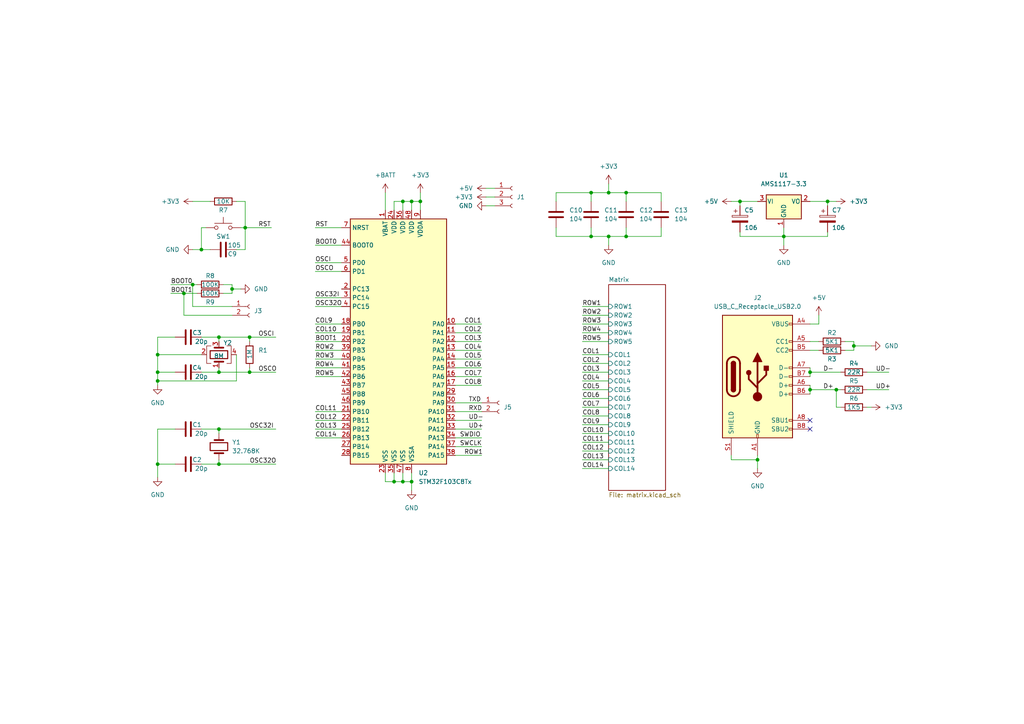
<source format=kicad_sch>
(kicad_sch (version 20211123) (generator eeschema)
  (paper "A4")
  (lib_symbols
    (symbol "Connector:Conn_01x02_Female" (pin_names (offset 1.016) hide)
      (property "Reference" "J" (at 0 2.54 0))
      (property "Value" "Conn_01x02_Female" (at 0 -5.08 0))
      (symbol "Conn_01x02_Female_1_1"
        (arc (start 0 -2.032) (mid -0.508 -2.54) (end 0 -3.048) (stroke (width 0.1524)))
        (polyline (pts (xy -1.27 -2.54) (xy -0.508 -2.54)) (stroke (width 0.1524)))
        (polyline (pts (xy -1.27 0) (xy -0.508 0)) (stroke (width 0.1524)))
        (arc (start 0 0.508) (mid -0.508 0) (end 0 -0.508) (stroke (width 0.1524)))
        (pin passive line (at -5.08 0 0) (length 3.81) (name "Pin_1") (number "1"))
        (pin passive line (at -5.08 -2.54 0) (length 3.81) (name "Pin_2") (number "2"))
      )
    )
    (symbol "Connector:Conn_01x03_Female" (pin_names (offset 1.016) hide)
      (property "Reference" "J" (at 0 5.08 0))
      (property "Value" "Conn_01x03_Female" (at 0 -5.08 0))
      (symbol "Conn_01x03_Female_1_1"
        (arc (start 0 -2.032) (mid -0.508 -2.54) (end 0 -3.048) (stroke (width 0.1524)))
        (polyline (pts (xy -1.27 -2.54) (xy -0.508 -2.54)) (stroke (width 0.1524)))
        (polyline (pts (xy -1.27 0) (xy -0.508 0)) (stroke (width 0.1524)))
        (polyline (pts (xy -1.27 2.54) (xy -0.508 2.54)) (stroke (width 0.1524)))
        (arc (start 0 0.508) (mid -0.508 0) (end 0 -0.508) (stroke (width 0.1524)))
        (arc (start 0 3.048) (mid -0.508 2.54) (end 0 2.032) (stroke (width 0.1524)))
        (pin passive line (at -5.08 2.54 0) (length 3.81) (name "Pin_1") (number "1"))
        (pin passive line (at -5.08 0 0) (length 3.81) (name "Pin_2") (number "2"))
        (pin passive line (at -5.08 -2.54 0) (length 3.81) (name "Pin_3") (number "3"))
      )
    )
    (symbol "Connector:USB_C_Receptacle_USB2.0" (pin_names (offset 1.016))
      (property "Reference" "J" (at -10.16 19.05 0))
      (property "Value" "USB_C_Receptacle_USB2.0" (at 19.05 19.05 0))
      (symbol "USB_C_Receptacle_USB2.0_0_0"
        (rectangle (start -0.254 -17.78) (end 0.254 -16.764))
        (rectangle (start 10.16 -14.986) (end 9.144 -15.494))
        (rectangle (start 10.16 -12.446) (end 9.144 -12.954))
        (rectangle (start 10.16 -4.826) (end 9.144 -5.334))
        (rectangle (start 10.16 -2.286) (end 9.144 -2.794))
        (rectangle (start 10.16 0.254) (end 9.144 -0.254))
        (rectangle (start 10.16 2.794) (end 9.144 2.286))
        (rectangle (start 10.16 7.874) (end 9.144 7.366))
        (rectangle (start 10.16 10.414) (end 9.144 9.906))
        (rectangle (start 10.16 15.494) (end 9.144 14.986))
      )
      (symbol "USB_C_Receptacle_USB2.0_0_1"
        (rectangle (start -10.16 17.78) (end 10.16 -17.78) (stroke (width 0.254)) (fill (type background)))
        (arc (start -8.89 -3.81) (mid -6.985 -5.715) (end -5.08 -3.81) (stroke (width 0.508)))
        (arc (start -7.62 -3.81) (mid -6.985 -4.445) (end -6.35 -3.81) (stroke (width 0.254)))
        (arc (start -7.62 -3.81) (mid -6.985 -4.445) (end -6.35 -3.81) (stroke (width 0.254)) (fill (type outline)))
        (rectangle (start -7.62 -3.81) (end -6.35 3.81) (stroke (width 0.254)) (fill (type outline)))
        (arc (start -6.35 3.81) (mid -6.985 4.445) (end -7.62 3.81) (stroke (width 0.254)))
        (arc (start -6.35 3.81) (mid -6.985 4.445) (end -7.62 3.81) (stroke (width 0.254)) (fill (type outline)))
        (arc (start -5.08 3.81) (mid -6.985 5.715) (end -8.89 3.81) (stroke (width 0.508)))
        (circle (center -2.54 1.143) (radius 0.635) (stroke (width 0.254)) (fill (type outline)))
        (circle (center 0 -5.842) (radius 1.27) (fill (type outline)))
        (polyline (pts (xy -8.89 -3.81) (xy -8.89 3.81)) (stroke (width 0.508)))
        (polyline (pts (xy -5.08 3.81) (xy -5.08 -3.81)) (stroke (width 0.508)))
        (polyline (pts (xy 0 -5.842) (xy 0 4.318)) (stroke (width 0.508)))
        (polyline (pts (xy 0 -3.302) (xy -2.54 -0.762) (xy -2.54 0.508)) (stroke (width 0.508)))
        (polyline (pts (xy 0 -2.032) (xy 2.54 0.508) (xy 2.54 1.778)) (stroke (width 0.508)))
        (polyline (pts (xy -1.27 4.318) (xy 0 6.858) (xy 1.27 4.318) (xy -1.27 4.318)) (stroke (width 0.254)) (fill (type outline)))
        (rectangle (start 1.905 1.778) (end 3.175 3.048) (stroke (width 0.254)) (fill (type outline)))
      )
      (symbol "USB_C_Receptacle_USB2.0_1_1"
        (pin passive line (at 0 -22.86 90) (length 5.08) (name "GND") (number "A1"))
        (pin passive line (at 0 -22.86 90) (length 5.08) hide (name "GND") (number "A12"))
        (pin passive line (at 15.24 15.24 180) (length 5.08) (name "VBUS") (number "A4"))
        (pin bidirectional line (at 15.24 10.16 180) (length 5.08) (name "CC1") (number "A5"))
        (pin bidirectional line (at 15.24 -2.54 180) (length 5.08) (name "D+") (number "A6"))
        (pin bidirectional line (at 15.24 2.54 180) (length 5.08) (name "D-") (number "A7"))
        (pin bidirectional line (at 15.24 -12.7 180) (length 5.08) (name "SBU1") (number "A8"))
        (pin passive line (at 15.24 15.24 180) (length 5.08) hide (name "VBUS") (number "A9"))
        (pin passive line (at 0 -22.86 90) (length 5.08) hide (name "GND") (number "B1"))
        (pin passive line (at 0 -22.86 90) (length 5.08) hide (name "GND") (number "B12"))
        (pin passive line (at 15.24 15.24 180) (length 5.08) hide (name "VBUS") (number "B4"))
        (pin bidirectional line (at 15.24 7.62 180) (length 5.08) (name "CC2") (number "B5"))
        (pin bidirectional line (at 15.24 -5.08 180) (length 5.08) (name "D+") (number "B6"))
        (pin bidirectional line (at 15.24 0 180) (length 5.08) (name "D-") (number "B7"))
        (pin bidirectional line (at 15.24 -15.24 180) (length 5.08) (name "SBU2") (number "B8"))
        (pin passive line (at 15.24 15.24 180) (length 5.08) hide (name "VBUS") (number "B9"))
        (pin passive line (at -7.62 -22.86 90) (length 5.08) (name "SHIELD") (number "S1"))
      )
    )
    (symbol "Device:C" (pin_numbers hide) (pin_names (offset 0.254))
      (property "Reference" "C" (at 0.635 2.54 0))
      (property "Value" "C" (at 0.635 -2.54 0))
      (symbol "C_0_1"
        (polyline (pts (xy -2.032 -0.762) (xy 2.032 -0.762)) (stroke (width 0.508)))
        (polyline (pts (xy -2.032 0.762) (xy 2.032 0.762)) (stroke (width 0.508)))
      )
      (symbol "C_1_1"
        (pin passive line (at 0 3.81 270) (length 2.794) (name "~") (number "1"))
        (pin passive line (at 0 -3.81 90) (length 2.794) (name "~") (number "2"))
      )
    )
    (symbol "Device:C_Polarized" (pin_numbers hide) (pin_names (offset 0.254))
      (property "Reference" "C" (at 0.635 2.54 0))
      (property "Value" "C_Polarized" (at 0.635 -2.54 0))
      (symbol "C_Polarized_0_1"
        (rectangle (start -2.286 0.508) (end 2.286 1.016))
        (polyline (pts (xy -1.778 2.286) (xy -0.762 2.286)))
        (polyline (pts (xy -1.27 2.794) (xy -1.27 1.778)))
        (rectangle (start 2.286 -0.508) (end -2.286 -1.016) (fill (type outline)))
      )
      (symbol "C_Polarized_1_1"
        (pin passive line (at 0 3.81 270) (length 2.794) (name "~") (number "1"))
        (pin passive line (at 0 -3.81 90) (length 2.794) (name "~") (number "2"))
      )
    )
    (symbol "Device:Crystal" (pin_numbers hide) (pin_names (offset 1.016) hide)
      (property "Reference" "Y" (at 0 3.81 0))
      (property "Value" "Crystal" (at 0 -3.81 0))
      (symbol "Crystal_0_1"
        (rectangle (start -1.143 2.54) (end 1.143 -2.54) (stroke (width 0.3048)))
        (polyline (pts (xy -2.54 0) (xy -1.905 0)))
        (polyline (pts (xy -1.905 -1.27) (xy -1.905 1.27)) (stroke (width 0.508)))
        (polyline (pts (xy 1.905 -1.27) (xy 1.905 1.27)) (stroke (width 0.508)))
        (polyline (pts (xy 2.54 0) (xy 1.905 0)))
      )
      (symbol "Crystal_1_1"
        (pin passive line (at -3.81 0 0) (length 1.27) (name "1") (number "1"))
        (pin passive line (at 3.81 0 180) (length 1.27) (name "2") (number "2"))
      )
    )
    (symbol "Device:Crystal_GND24" (pin_names (offset 1.016) hide)
      (property "Reference" "Y" (at 3.175 5.08 0))
      (property "Value" "Crystal_GND24" (at 3.175 3.175 0))
      (symbol "Crystal_GND24_0_1"
        (rectangle (start -1.143 2.54) (end 1.143 -2.54) (stroke (width 0.3048)))
        (polyline (pts (xy -2.54 0) (xy -2.032 0)))
        (polyline (pts (xy -2.032 -1.27) (xy -2.032 1.27)) (stroke (width 0.508)))
        (polyline (pts (xy 0 -3.81) (xy 0 -3.556)))
        (polyline (pts (xy 0 3.556) (xy 0 3.81)))
        (polyline (pts (xy 2.032 -1.27) (xy 2.032 1.27)) (stroke (width 0.508)))
        (polyline (pts (xy 2.032 0) (xy 2.54 0)))
        (polyline (pts (xy -2.54 -2.286) (xy -2.54 -3.556) (xy 2.54 -3.556) (xy 2.54 -2.286)))
        (polyline (pts (xy -2.54 2.286) (xy -2.54 3.556) (xy 2.54 3.556) (xy 2.54 2.286)))
      )
      (symbol "Crystal_GND24_1_1"
        (pin passive line (at -3.81 0 0) (length 1.27) (name "1") (number "1"))
        (pin passive line (at 0 5.08 270) (length 1.27) (name "2") (number "2"))
        (pin passive line (at 3.81 0 180) (length 1.27) (name "3") (number "3"))
        (pin passive line (at 0 -5.08 90) (length 1.27) (name "4") (number "4"))
      )
    )
    (symbol "Device:R" (pin_numbers hide) (pin_names (offset 0))
      (property "Reference" "R" (at 2.032 0 90))
      (property "Value" "R" (at 0 0 90))
      (symbol "R_0_1"
        (rectangle (start -1.016 -2.54) (end 1.016 2.54) (stroke (width 0.254)))
      )
      (symbol "R_1_1"
        (pin passive line (at 0 3.81 270) (length 1.27) (name "~") (number "1"))
        (pin passive line (at 0 -3.81 90) (length 1.27) (name "~") (number "2"))
      )
    )
    (symbol "MCU_ST_STM32F1:STM32F103C8Tx"
      (property "Reference" "U" (at -15.24 36.83 0))
      (property "Value" "STM32F103C8Tx" (at 7.62 36.83 0))
      (symbol "STM32F103C8Tx_0_1"
        (rectangle (start -15.24 -35.56) (end 12.7 35.56) (stroke (width 0.254)) (fill (type background)))
      )
      (symbol "STM32F103C8Tx_1_1"
        (pin power_in line (at -5.08 38.1 270) (length 2.54) (name "VBAT") (number "1"))
        (pin bidirectional line (at 15.24 5.08 180) (length 2.54) (name "PA0") (number "10"))
        (pin bidirectional line (at 15.24 2.54 180) (length 2.54) (name "PA1") (number "11"))
        (pin bidirectional line (at 15.24 0 180) (length 2.54) (name "PA2") (number "12"))
        (pin bidirectional line (at 15.24 -2.54 180) (length 2.54) (name "PA3") (number "13"))
        (pin bidirectional line (at 15.24 -5.08 180) (length 2.54) (name "PA4") (number "14"))
        (pin bidirectional line (at 15.24 -7.62 180) (length 2.54) (name "PA5") (number "15"))
        (pin bidirectional line (at 15.24 -10.16 180) (length 2.54) (name "PA6") (number "16"))
        (pin bidirectional line (at 15.24 -12.7 180) (length 2.54) (name "PA7") (number "17"))
        (pin bidirectional line (at -17.78 5.08 0) (length 2.54) (name "PB0") (number "18"))
        (pin bidirectional line (at -17.78 2.54 0) (length 2.54) (name "PB1") (number "19"))
        (pin bidirectional line (at -17.78 15.24 0) (length 2.54) (name "PC13") (number "2"))
        (pin bidirectional line (at -17.78 0 0) (length 2.54) (name "PB2") (number "20"))
        (pin bidirectional line (at -17.78 -20.32 0) (length 2.54) (name "PB10") (number "21"))
        (pin bidirectional line (at -17.78 -22.86 0) (length 2.54) (name "PB11") (number "22"))
        (pin power_in line (at -5.08 -38.1 90) (length 2.54) (name "VSS") (number "23"))
        (pin power_in line (at -2.54 38.1 270) (length 2.54) (name "VDD") (number "24"))
        (pin bidirectional line (at -17.78 -25.4 0) (length 2.54) (name "PB12") (number "25"))
        (pin bidirectional line (at -17.78 -27.94 0) (length 2.54) (name "PB13") (number "26"))
        (pin bidirectional line (at -17.78 -30.48 0) (length 2.54) (name "PB14") (number "27"))
        (pin bidirectional line (at -17.78 -33.02 0) (length 2.54) (name "PB15") (number "28"))
        (pin bidirectional line (at 15.24 -15.24 180) (length 2.54) (name "PA8") (number "29"))
        (pin bidirectional line (at -17.78 12.7 0) (length 2.54) (name "PC14") (number "3"))
        (pin bidirectional line (at 15.24 -17.78 180) (length 2.54) (name "PA9") (number "30"))
        (pin bidirectional line (at 15.24 -20.32 180) (length 2.54) (name "PA10") (number "31"))
        (pin bidirectional line (at 15.24 -22.86 180) (length 2.54) (name "PA11") (number "32"))
        (pin bidirectional line (at 15.24 -25.4 180) (length 2.54) (name "PA12") (number "33"))
        (pin bidirectional line (at 15.24 -27.94 180) (length 2.54) (name "PA13") (number "34"))
        (pin power_in line (at -2.54 -38.1 90) (length 2.54) (name "VSS") (number "35"))
        (pin power_in line (at 0 38.1 270) (length 2.54) (name "VDD") (number "36"))
        (pin bidirectional line (at 15.24 -30.48 180) (length 2.54) (name "PA14") (number "37"))
        (pin bidirectional line (at 15.24 -33.02 180) (length 2.54) (name "PA15") (number "38"))
        (pin bidirectional line (at -17.78 -2.54 0) (length 2.54) (name "PB3") (number "39"))
        (pin bidirectional line (at -17.78 10.16 0) (length 2.54) (name "PC15") (number "4"))
        (pin bidirectional line (at -17.78 -5.08 0) (length 2.54) (name "PB4") (number "40"))
        (pin bidirectional line (at -17.78 -7.62 0) (length 2.54) (name "PB5") (number "41"))
        (pin bidirectional line (at -17.78 -10.16 0) (length 2.54) (name "PB6") (number "42"))
        (pin bidirectional line (at -17.78 -12.7 0) (length 2.54) (name "PB7") (number "43"))
        (pin input line (at -17.78 27.94 0) (length 2.54) (name "BOOT0") (number "44"))
        (pin bidirectional line (at -17.78 -15.24 0) (length 2.54) (name "PB8") (number "45"))
        (pin bidirectional line (at -17.78 -17.78 0) (length 2.54) (name "PB9") (number "46"))
        (pin power_in line (at 0 -38.1 90) (length 2.54) (name "VSS") (number "47"))
        (pin power_in line (at 2.54 38.1 270) (length 2.54) (name "VDD") (number "48"))
        (pin input line (at -17.78 22.86 0) (length 2.54) (name "PD0") (number "5"))
        (pin input line (at -17.78 20.32 0) (length 2.54) (name "PD1") (number "6"))
        (pin input line (at -17.78 33.02 0) (length 2.54) (name "NRST") (number "7"))
        (pin power_in line (at 2.54 -38.1 90) (length 2.54) (name "VSSA") (number "8"))
        (pin power_in line (at 5.08 38.1 270) (length 2.54) (name "VDDA") (number "9"))
      )
    )
    (symbol "Regulator_Linear:AMS1117-3.3" (pin_names (offset 0.254))
      (property "Reference" "U" (at -3.81 3.175 0))
      (property "Value" "AMS1117-3.3" (at 0 3.175 0))
      (symbol "AMS1117-3.3_0_1"
        (rectangle (start -5.08 -5.08) (end 5.08 1.905) (stroke (width 0.254)) (fill (type background)))
      )
      (symbol "AMS1117-3.3_1_1"
        (pin power_in line (at 0 -7.62 90) (length 2.54) (name "GND") (number "1"))
        (pin power_out line (at 7.62 0 180) (length 2.54) (name "VO") (number "2"))
        (pin power_in line (at -7.62 0 0) (length 2.54) (name "VI") (number "3"))
      )
    )
    (symbol "Switch:SW_Push" (pin_numbers hide) (pin_names (offset 1.016) hide)
      (property "Reference" "SW" (at 1.27 2.54 0))
      (property "Value" "SW_Push" (at 0 -1.524 0))
      (symbol "SW_Push_0_1"
        (circle (center -2.032 0) (radius 0.508))
        (polyline (pts (xy 0 1.27) (xy 0 3.048)))
        (polyline (pts (xy 2.54 1.27) (xy -2.54 1.27)))
        (circle (center 2.032 0) (radius 0.508))
        (pin passive line (at -5.08 0 0) (length 2.54) (name "1") (number "1"))
        (pin passive line (at 5.08 0 180) (length 2.54) (name "2") (number "2"))
      )
    )
    (symbol "power:+3.3V" (power) (pin_names (offset 0))
      (property "Value" "+3.3V" (at 0 3.556 0))
      (symbol "+3.3V_0_1"
        (polyline (pts (xy -0.762 1.27) (xy 0 2.54)))
        (polyline (pts (xy 0 0) (xy 0 2.54)))
        (polyline (pts (xy 0 2.54) (xy 0.762 1.27)))
      )
      (symbol "+3.3V_1_1"
        (pin power_in line (at 0 0 90) (length 0) hide (name "+3V3") (number "1"))
      )
    )
    (symbol "power:+3V3" (power) (pin_names (offset 0))
      (property "Value" "+3V3" (at 0 3.556 0))
      (symbol "+3V3_0_1"
        (polyline (pts (xy -0.762 1.27) (xy 0 2.54)))
        (polyline (pts (xy 0 0) (xy 0 2.54)))
        (polyline (pts (xy 0 2.54) (xy 0.762 1.27)))
      )
      (symbol "+3V3_1_1"
        (pin power_in line (at 0 0 90) (length 0) hide (name "+3V3") (number "1"))
      )
    )
    (symbol "power:+5V" (power) (pin_names (offset 0))
      (property "Value" "+5V" (at 0 3.556 0))
      (symbol "+5V_0_1"
        (polyline (pts (xy -0.762 1.27) (xy 0 2.54)))
        (polyline (pts (xy 0 0) (xy 0 2.54)))
        (polyline (pts (xy 0 2.54) (xy 0.762 1.27)))
      )
      (symbol "+5V_1_1"
        (pin power_in line (at 0 0 90) (length 0) hide (name "+5V") (number "1"))
      )
    )
    (symbol "power:+BATT" (power) (pin_names (offset 0))
      (property "Value" "+BATT" (at 0 3.556 0))
      (symbol "+BATT_0_1"
        (polyline (pts (xy -0.762 1.27) (xy 0 2.54)))
        (polyline (pts (xy 0 0) (xy 0 2.54)))
        (polyline (pts (xy 0 2.54) (xy 0.762 1.27)))
      )
      (symbol "+BATT_1_1"
        (pin power_in line (at 0 0 90) (length 0) hide (name "+BATT") (number "1"))
      )
    )
    (symbol "power:GND" (power) (pin_names (offset 0))
      (property "Value" "GND" (at 0 -3.81 0))
      (symbol "GND_0_1"
        (polyline (pts (xy 0 0) (xy 0 -1.27) (xy 1.27 -1.27) (xy 0 -2.54) (xy -1.27 -1.27) (xy 0 -1.27)))
      )
      (symbol "GND_1_1"
        (pin power_in line (at 0 0 270) (length 0) hide (name "GND") (number "1"))
      )
    )
  )
  (junction (at 67.31 83.82))
  (junction (at 176.53 68.58))
  (junction (at 240.03 58.42))
  (junction (at 242.57 113.03))
  (junction (at 181.61 68.58))
  (junction (at 72.39 107.95))
  (junction (at 45.72 134.62))
  (junction (at 234.95 107.95))
  (junction (at 63.5 124.46))
  (junction (at 119.38 139.7))
  (junction (at 219.71 133.35))
  (junction (at 171.45 55.88))
  (junction (at 234.95 113.03))
  (junction (at 45.72 102.87))
  (junction (at 63.5 97.79))
  (junction (at 63.5 107.95))
  (junction (at 63.5 134.62))
  (junction (at 71.12 66.04))
  (junction (at 176.53 55.88))
  (junction (at 45.72 110.49))
  (junction (at 55.88 82.55))
  (junction (at 53.34 85.09))
  (junction (at 214.63 58.42))
  (junction (at 119.38 58.42))
  (junction (at 58.42 72.39))
  (junction (at 247.65 100.33))
  (junction (at 45.72 107.95))
  (junction (at 72.39 97.79))
  (junction (at 227.33 68.58))
  (junction (at 171.45 68.58))
  (junction (at 121.92 58.42))
  (junction (at 116.84 58.42))
  (junction (at 114.3 139.7))
  (junction (at 181.61 55.88))
  (junction (at 116.84 139.7))
  (no_connect (at 234.95 124.46))
  (no_connect (at 234.95 121.92))
  (wire (pts (xy 91.44 78.74) (xy 99.06 78.74)))
  (wire (pts (xy 219.71 133.35) (xy 219.71 135.89)))
  (wire (pts (xy 119.38 58.42) (xy 116.84 58.42)))
  (wire (pts (xy 245.11 99.06) (xy 247.65 99.06)))
  (wire (pts (xy 91.44 109.22) (xy 99.06 109.22)))
  (wire (pts (xy 71.12 66.04) (xy 71.12 72.39)))
  (wire (pts (xy 132.08 121.92) (xy 139.7 121.92)))
  (wire (pts (xy 53.34 85.09) (xy 57.15 85.09)))
  (wire (pts (xy 191.77 55.88) (xy 191.77 58.42)))
  (wire (pts (xy 168.91 120.65) (xy 176.53 120.65)))
  (wire (pts (xy 168.91 123.19) (xy 176.53 123.19)))
  (wire (pts (xy 58.42 66.04) (xy 58.42 72.39)))
  (wire (pts (xy 91.44 76.2) (xy 99.06 76.2)))
  (wire (pts (xy 140.97 57.15) (xy 143.51 57.15)))
  (wire (pts (xy 71.12 72.39) (xy 68.58 72.39)))
  (wire (pts (xy 114.3 139.7) (xy 116.84 139.7)))
  (wire (pts (xy 191.77 68.58) (xy 191.77 66.04)))
  (wire (pts (xy 91.44 99.06) (xy 99.06 99.06)))
  (wire (pts (xy 214.63 67.31) (xy 214.63 68.58)))
  (wire (pts (xy 58.42 97.79) (xy 63.5 97.79)))
  (wire (pts (xy 53.34 85.09) (xy 53.34 91.44)))
  (wire (pts (xy 234.95 107.95) (xy 243.84 107.95)))
  (wire (pts (xy 91.44 96.52) (xy 99.06 96.52)))
  (wire (pts (xy 234.95 107.95) (xy 234.95 109.22)))
  (wire (pts (xy 140.97 59.69) (xy 143.51 59.69)))
  (wire (pts (xy 243.84 118.11) (xy 242.57 118.11)))
  (wire (pts (xy 49.53 82.55) (xy 55.88 82.55)))
  (wire (pts (xy 240.03 67.31) (xy 240.03 68.58)))
  (wire (pts (xy 119.38 139.7) (xy 119.38 142.24)))
  (wire (pts (xy 132.08 106.68) (xy 139.7 106.68)))
  (wire (pts (xy 168.91 107.95) (xy 176.53 107.95)))
  (wire (pts (xy 91.44 71.12) (xy 99.06 71.12)))
  (wire (pts (xy 132.08 127) (xy 139.7 127)))
  (wire (pts (xy 111.76 60.96) (xy 111.76 55.88)))
  (wire (pts (xy 63.5 97.79) (xy 63.5 99.06)))
  (wire (pts (xy 171.45 68.58) (xy 176.53 68.58)))
  (wire (pts (xy 91.44 88.9) (xy 99.06 88.9)))
  (wire (pts (xy 181.61 55.88) (xy 191.77 55.88)))
  (wire (pts (xy 68.58 58.42) (xy 71.12 58.42)))
  (wire (pts (xy 176.53 68.58) (xy 176.53 71.12)))
  (wire (pts (xy 132.08 124.46) (xy 139.7 124.46)))
  (wire (pts (xy 168.91 113.03) (xy 176.53 113.03)))
  (wire (pts (xy 116.84 58.42) (xy 114.3 58.42)))
  (wire (pts (xy 45.72 102.87) (xy 45.72 107.95)))
  (wire (pts (xy 111.76 137.16) (xy 111.76 139.7)))
  (wire (pts (xy 63.5 134.62) (xy 80.01 134.62)))
  (wire (pts (xy 63.5 124.46) (xy 80.01 124.46)))
  (wire (pts (xy 50.8 97.79) (xy 45.72 97.79)))
  (wire (pts (xy 99.06 101.6) (xy 91.44 101.6)))
  (wire (pts (xy 45.72 107.95) (xy 50.8 107.95)))
  (wire (pts (xy 212.09 58.42) (xy 214.63 58.42)))
  (wire (pts (xy 63.5 107.95) (xy 72.39 107.95)))
  (wire (pts (xy 237.49 93.98) (xy 237.49 91.44)))
  (wire (pts (xy 68.58 102.87) (xy 68.58 110.49)))
  (wire (pts (xy 71.12 66.04) (xy 78.74 66.04)))
  (wire (pts (xy 50.8 124.46) (xy 45.72 124.46)))
  (wire (pts (xy 45.72 110.49) (xy 45.72 111.76)))
  (wire (pts (xy 63.5 134.62) (xy 63.5 133.35)))
  (wire (pts (xy 240.03 58.42) (xy 240.03 59.69)))
  (wire (pts (xy 168.91 125.73) (xy 176.53 125.73)))
  (wire (pts (xy 132.08 109.22) (xy 139.7 109.22)))
  (wire (pts (xy 58.42 134.62) (xy 63.5 134.62)))
  (wire (pts (xy 168.91 93.98) (xy 176.53 93.98)))
  (wire (pts (xy 168.91 130.81) (xy 176.53 130.81)))
  (wire (pts (xy 227.33 68.58) (xy 227.33 71.12)))
  (wire (pts (xy 69.85 83.82) (xy 67.31 83.82)))
  (wire (pts (xy 132.08 96.52) (xy 139.7 96.52)))
  (wire (pts (xy 64.77 82.55) (xy 67.31 82.55)))
  (wire (pts (xy 121.92 58.42) (xy 119.38 58.42)))
  (wire (pts (xy 243.84 113.03) (xy 242.57 113.03)))
  (wire (pts (xy 53.34 91.44) (xy 67.31 91.44)))
  (wire (pts (xy 161.29 66.04) (xy 161.29 68.58)))
  (wire (pts (xy 168.91 102.87) (xy 176.53 102.87)))
  (wire (pts (xy 45.72 107.95) (xy 45.72 110.49)))
  (wire (pts (xy 45.72 134.62) (xy 50.8 134.62)))
  (wire (pts (xy 72.39 107.95) (xy 80.01 107.95)))
  (wire (pts (xy 45.72 124.46) (xy 45.72 134.62)))
  (wire (pts (xy 45.72 97.79) (xy 45.72 102.87)))
  (wire (pts (xy 121.92 60.96) (xy 121.92 58.42)))
  (wire (pts (xy 247.65 100.33) (xy 247.65 101.6)))
  (wire (pts (xy 176.53 55.88) (xy 181.61 55.88)))
  (wire (pts (xy 234.95 58.42) (xy 240.03 58.42)))
  (wire (pts (xy 168.91 110.49) (xy 176.53 110.49)))
  (wire (pts (xy 132.08 104.14) (xy 139.7 104.14)))
  (wire (pts (xy 234.95 113.03) (xy 234.95 114.3)))
  (wire (pts (xy 69.85 66.04) (xy 71.12 66.04)))
  (wire (pts (xy 132.08 119.38) (xy 139.7 119.38)))
  (wire (pts (xy 116.84 58.42) (xy 116.84 60.96)))
  (wire (pts (xy 132.08 116.84) (xy 139.7 116.84)))
  (wire (pts (xy 168.91 115.57) (xy 176.53 115.57)))
  (wire (pts (xy 227.33 68.58) (xy 240.03 68.58)))
  (wire (pts (xy 181.61 55.88) (xy 181.61 58.42)))
  (wire (pts (xy 63.5 97.79) (xy 72.39 97.79)))
  (wire (pts (xy 72.39 106.68) (xy 72.39 107.95)))
  (wire (pts (xy 91.44 124.46) (xy 99.06 124.46)))
  (wire (pts (xy 121.92 55.88) (xy 121.92 58.42)))
  (wire (pts (xy 171.45 55.88) (xy 176.53 55.88)))
  (wire (pts (xy 91.44 66.04) (xy 99.06 66.04)))
  (wire (pts (xy 68.58 110.49) (xy 45.72 110.49)))
  (wire (pts (xy 237.49 101.6) (xy 234.95 101.6)))
  (wire (pts (xy 227.33 66.04) (xy 227.33 68.58)))
  (wire (pts (xy 114.3 137.16) (xy 114.3 139.7)))
  (wire (pts (xy 168.91 105.41) (xy 176.53 105.41)))
  (wire (pts (xy 91.44 119.38) (xy 99.06 119.38)))
  (wire (pts (xy 212.09 133.35) (xy 219.71 133.35)))
  (wire (pts (xy 161.29 58.42) (xy 161.29 55.88)))
  (wire (pts (xy 111.76 139.7) (xy 114.3 139.7)))
  (wire (pts (xy 171.45 66.04) (xy 171.45 68.58)))
  (wire (pts (xy 234.95 113.03) (xy 242.57 113.03)))
  (wire (pts (xy 132.08 99.06) (xy 139.7 99.06)))
  (wire (pts (xy 55.88 82.55) (xy 55.88 88.9)))
  (wire (pts (xy 132.08 93.98) (xy 139.7 93.98)))
  (wire (pts (xy 214.63 58.42) (xy 214.63 59.69)))
  (wire (pts (xy 234.95 113.03) (xy 234.95 111.76)))
  (wire (pts (xy 139.7 132.08) (xy 132.08 132.08)))
  (wire (pts (xy 168.91 96.52) (xy 176.53 96.52)))
  (wire (pts (xy 55.88 58.42) (xy 60.96 58.42)))
  (wire (pts (xy 234.95 106.68) (xy 234.95 107.95)))
  (wire (pts (xy 67.31 83.82) (xy 67.31 85.09)))
  (wire (pts (xy 168.91 88.9) (xy 176.53 88.9)))
  (wire (pts (xy 247.65 100.33) (xy 252.73 100.33)))
  (wire (pts (xy 181.61 66.04) (xy 181.61 68.58)))
  (wire (pts (xy 181.61 68.58) (xy 191.77 68.58)))
  (wire (pts (xy 116.84 137.16) (xy 116.84 139.7)))
  (wire (pts (xy 251.46 113.03) (xy 257.81 113.03)))
  (wire (pts (xy 161.29 55.88) (xy 171.45 55.88)))
  (wire (pts (xy 119.38 58.42) (xy 119.38 60.96)))
  (wire (pts (xy 214.63 58.42) (xy 219.71 58.42)))
  (wire (pts (xy 168.91 91.44) (xy 176.53 91.44)))
  (wire (pts (xy 242.57 118.11) (xy 242.57 113.03)))
  (wire (pts (xy 168.91 118.11) (xy 176.53 118.11)))
  (wire (pts (xy 168.91 133.35) (xy 176.53 133.35)))
  (wire (pts (xy 91.44 93.98) (xy 99.06 93.98)))
  (wire (pts (xy 245.11 101.6) (xy 247.65 101.6)))
  (wire (pts (xy 168.91 135.89) (xy 176.53 135.89)))
  (wire (pts (xy 45.72 134.62) (xy 45.72 138.43)))
  (wire (pts (xy 63.5 124.46) (xy 63.5 125.73)))
  (wire (pts (xy 176.53 68.58) (xy 181.61 68.58)))
  (wire (pts (xy 58.42 72.39) (xy 60.96 72.39)))
  (wire (pts (xy 140.97 54.61) (xy 143.51 54.61)))
  (wire (pts (xy 234.95 93.98) (xy 237.49 93.98)))
  (wire (pts (xy 252.73 118.11) (xy 251.46 118.11)))
  (wire (pts (xy 63.5 107.95) (xy 63.5 106.68)))
  (wire (pts (xy 64.77 85.09) (xy 67.31 85.09)))
  (wire (pts (xy 55.88 88.9) (xy 67.31 88.9)))
  (wire (pts (xy 99.06 106.68) (xy 91.44 106.68)))
  (wire (pts (xy 91.44 127) (xy 99.06 127)))
  (wire (pts (xy 114.3 58.42) (xy 114.3 60.96)))
  (wire (pts (xy 212.09 133.35) (xy 212.09 132.08)))
  (wire (pts (xy 58.42 107.95) (xy 63.5 107.95)))
  (wire (pts (xy 72.39 97.79) (xy 80.01 97.79)))
  (wire (pts (xy 119.38 137.16) (xy 119.38 139.7)))
  (wire (pts (xy 119.38 139.7) (xy 116.84 139.7)))
  (wire (pts (xy 91.44 121.92) (xy 99.06 121.92)))
  (wire (pts (xy 176.53 53.34) (xy 176.53 55.88)))
  (wire (pts (xy 58.42 124.46) (xy 63.5 124.46)))
  (wire (pts (xy 91.44 86.36) (xy 99.06 86.36)))
  (wire (pts (xy 247.65 99.06) (xy 247.65 100.33)))
  (wire (pts (xy 171.45 55.88) (xy 171.45 58.42)))
  (wire (pts (xy 55.88 82.55) (xy 57.15 82.55)))
  (wire (pts (xy 214.63 68.58) (xy 227.33 68.58)))
  (wire (pts (xy 168.91 128.27) (xy 176.53 128.27)))
  (wire (pts (xy 251.46 107.95) (xy 257.81 107.95)))
  (wire (pts (xy 240.03 58.42) (xy 242.57 58.42)))
  (wire (pts (xy 132.08 129.54) (xy 139.7 129.54)))
  (wire (pts (xy 168.91 99.06) (xy 176.53 99.06)))
  (wire (pts (xy 72.39 97.79) (xy 72.39 99.06)))
  (wire (pts (xy 132.08 111.76) (xy 139.7 111.76)))
  (wire (pts (xy 67.31 82.55) (xy 67.31 83.82)))
  (wire (pts (xy 58.42 66.04) (xy 59.69 66.04)))
  (wire (pts (xy 45.72 102.87) (xy 58.42 102.87)))
  (wire (pts (xy 71.12 58.42) (xy 71.12 66.04)))
  (wire (pts (xy 99.06 104.14) (xy 91.44 104.14)))
  (wire (pts (xy 49.53 85.09) (xy 53.34 85.09)))
  (wire (pts (xy 132.08 101.6) (xy 139.7 101.6)))
  (wire (pts (xy 161.29 68.58) (xy 171.45 68.58)))
  (wire (pts (xy 219.71 133.35) (xy 219.71 132.08)))
  (wire (pts (xy 234.95 99.06) (xy 237.49 99.06)))
  (wire (pts (xy 55.88 72.39) (xy 58.42 72.39)))
  (label "COL6" (at 168.91 115.57 0))
  (label "ROW2" (at 91.44 101.6 0))
  (label "COL9" (at 91.44 93.98 0))
  (label "COL11" (at 91.44 119.38 0))
  (label "BOOT0" (at 91.44 71.12 0))
  (label "OSCI" (at 74.93 97.79 0))
  (label "ROW5" (at 168.91 99.06 0))
  (label "OSCO" (at 74.93 107.95 0))
  (label "COL9" (at 168.91 123.19 0))
  (label "ROW2" (at 168.91 91.44 0))
  (label "UD-" (at 254 107.95 0))
  (label "OSC32O" (at 91.44 88.9 0))
  (label "COL13" (at 168.91 133.35 0))
  (label "COL6" (at 134.62 106.68 0))
  (label "D-" (at 238.76 107.95 0))
  (label "ROW4" (at 168.91 96.52 0))
  (label "COL4" (at 134.62 101.6 0))
  (label "COL3" (at 134.62 99.06 0))
  (label "ROW3" (at 168.91 93.98 0))
  (label "ROW5" (at 91.44 109.22 0))
  (label "ROW3" (at 91.44 104.14 0))
  (label "COL5" (at 168.91 113.03 0))
  (label "D+" (at 238.76 113.03 0))
  (label "UD-" (at 135.89 121.92 0))
  (label "COL14" (at 168.91 135.89 0))
  (label "COL8" (at 168.91 120.65 0))
  (label "COL2" (at 168.91 105.41 0))
  (label "SWCLK" (at 133.35 129.54 0))
  (label "ROW1" (at 168.91 88.9 0))
  (label "OSC32O" (at 72.39 134.62 0))
  (label "COL11" (at 168.91 128.27 0))
  (label "UD+" (at 135.89 124.46 0))
  (label "COL1" (at 168.91 102.87 0))
  (label "RST" (at 91.44 66.04 0))
  (label "RXD" (at 135.89 119.38 0))
  (label "BOOT1" (at 49.53 85.09 0))
  (label "OSCI" (at 91.44 76.2 0))
  (label "COL2" (at 134.62 96.52 0))
  (label "OSCO" (at 91.44 78.74 0))
  (label "COL4" (at 168.91 110.49 0))
  (label "COL13" (at 91.44 124.46 0))
  (label "COL8" (at 134.62 111.76 0))
  (label "COL10" (at 91.44 96.52 0))
  (label "COL12" (at 168.91 130.81 0))
  (label "COL7" (at 168.91 118.11 0))
  (label "ROW4" (at 91.44 106.68 0))
  (label "BOOT1" (at 91.44 99.06 0))
  (label "COL1" (at 134.62 93.98 0))
  (label "UD+" (at 254 113.03 0))
  (label "ROW1" (at 134.62 132.08 0))
  (label "COL3" (at 168.91 107.95 0))
  (label "BOOT0" (at 49.53 82.55 0))
  (label "COL14" (at 91.44 127 0))
  (label "OSC32I" (at 72.39 124.46 0))
  (label "SWDIO" (at 133.35 127 0))
  (label "COL12" (at 91.44 121.92 0))
  (label "TXD" (at 135.89 116.84 0))
  (label "COL10" (at 168.91 125.73 0))
  (label "COL7" (at 134.62 109.22 0))
  (label "OSC32I" (at 91.44 86.36 0))
  (label "RST" (at 74.93 66.04 0))
  (label "COL5" (at 134.62 104.14 0))
  (symbol (lib_id "MCU_ST_STM32F1:STM32F103C8Tx") (at 116.84 99.06 0) (unit 1)
    (property "Reference" "U2" (at 121.3994 137.16 0) (effects (justify left)))
    (property "Value" "STM32F103C8Tx" (at 121.3994 139.7 0) (effects (justify left)))
    (property "Footprint" "Package_QFP:LQFP-48_7x7mm_P0.5mm" (effects hide))
    (property "Datasheet" "http://www.st.com/st-web-ui/static/active/en/resource/technical/document/datasheet/CD00161566.pdf" (effects hide))
  )
  (symbol (lib_id "power:GND") (at 45.72 111.76 0) (unit 1)
    (property "Reference" "#PWR02" (effects hide))
    (property "Value" "GND" (at 45.72 116.84 0))
  )
  (symbol (lib_id "power:+3V3") (at 55.88 58.42 90) (unit 1)
    (property "Reference" "#PWR013" (effects hide))
    (property "Value" "+3V3" (at 52.07 58.4199 90) (effects (justify left)))
  )
  (symbol (lib_id "Regulator_Linear:AMS1117-3.3") (at 227.33 58.42 0) (unit 1)
    (property "Reference" "U1" (at 227.33 50.8 0))
    (property "Value" "AMS1117-3.3" (at 227.33 53.34 0))
    (property "Footprint" "Package_TO_SOT_SMD:SOT-223-3_TabPin2" (effects hide))
    (property "Datasheet" "http://www.advanced-monolithic.com/pdf/ds1117.pdf" (effects hide))
  )
  (symbol (lib_id "power:GND") (at 69.85 83.82 90) (unit 1)
    (property "Reference" "#PWR020" (effects hide))
    (property "Value" "GND" (at 73.66 83.8201 90) (effects (justify right)))
  )
  (symbol (lib_id "power:+3V3") (at 242.57 58.42 270) (unit 1)
    (property "Reference" "#PWR012" (effects hide))
    (property "Value" "+3V3" (at 246.38 58.4199 90) (effects (justify left)))
  )
  (symbol (lib_id "Device:Crystal") (at 63.5 129.54 90) (unit 1)
    (property "Reference" "Y1" (at 67.31 128.2699 90) (effects (justify right)))
    (property "Value" "32.768K" (at 67.31 130.8099 90) (effects (justify right)))
    (property "Footprint" "Crystal:Crystal_SMD_3215-2Pin_3.2x1.5mm" (effects hide))
  )
  (symbol (lib_id "power:GND") (at 219.71 135.89 0) (unit 1)
    (property "Reference" "#PWR03" (effects hide))
    (property "Value" "GND" (at 219.71 140.97 0))
  )
  (symbol (lib_id "Device:R") (at 241.3 99.06 90) (unit 1)
    (property "Reference" "R2" (at 241.3 96.52 90))
    (property "Value" "5K1" (at 241.3 99.06 90))
    (property "Footprint" "Resistor_SMD:R_0603_1608Metric_Pad0.98x0.95mm_HandSolder" (effects hide))
  )
  (symbol (lib_id "power:GND") (at 176.53 71.12 0) (unit 1)
    (property "Reference" "#PWR018" (effects hide))
    (property "Value" "GND" (at 176.53 76.2 0))
  )
  (symbol (lib_id "Device:C_Polarized") (at 214.63 63.5 0) (unit 1)
    (property "Reference" "C5" (at 215.9 60.96 0) (effects (justify left)))
    (property "Value" "106" (at 215.9 66.04 0) (effects (justify left)))
    (property "Footprint" "Capacitor_SMD:C_1206_3216Metric_Pad1.33x1.80mm_HandSolder" (effects hide))
  )
  (symbol (lib_id "Connector:Conn_01x03_Female") (at 148.59 57.15 0) (unit 1)
    (property "Reference" "J1" (at 149.86 57.1499 0) (effects (justify left)))
    (property "Value" "Conn_01x03_Female" (effects hide))
    (property "Footprint" "Connector_PinHeader_2.54mm:PinHeader_1x03_P2.54mm_Vertical" (effects hide))
  )
  (symbol (lib_id "power:+5V") (at 237.49 91.44 0) (unit 1)
    (property "Reference" "#PWR04" (effects hide))
    (property "Value" "+5V" (at 237.49 86.36 0))
  )
  (symbol (lib_id "power:GND") (at 45.72 138.43 0) (unit 1)
    (property "Reference" "#PWR01" (effects hide))
    (property "Value" "GND" (at 45.72 143.51 0))
  )
  (symbol (lib_id "Device:C") (at 161.29 62.23 0) (unit 1)
    (property "Reference" "C10" (at 165.1 60.9599 0) (effects (justify left)))
    (property "Value" "104" (at 165.1 63.4999 0) (effects (justify left)))
    (property "Footprint" "Capacitor_SMD:C_0603_1608Metric_Pad1.08x0.95mm_HandSolder" (effects hide))
  )
  (symbol (lib_id "Device:R") (at 60.96 85.09 90) (unit 1)
    (property "Reference" "R9" (at 60.96 87.63 90))
    (property "Value" "100K" (at 60.96 85.09 90))
    (property "Footprint" "Resistor_SMD:R_0603_1608Metric_Pad0.98x0.95mm_HandSolder" (effects hide))
  )
  (symbol (lib_id "Switch:SW_Push") (at 64.77 66.04 0) (unit 1)
    (property "Reference" "SW1" (at 64.77 68.58 0))
    (property "Value" "SW_Push" (effects hide))
    (property "Footprint" "Button_Switch_SMD:SW_SPST_FSMSM" (effects hide))
  )
  (symbol (lib_id "power:GND") (at 227.33 71.12 0) (unit 1)
    (property "Reference" "#PWR08" (effects hide))
    (property "Value" "GND" (at 227.33 76.2 0))
  )
  (symbol (lib_id "Device:C") (at 171.45 62.23 0) (unit 1)
    (property "Reference" "C11" (at 175.26 60.9599 0) (effects (justify left)))
    (property "Value" "104" (at 175.26 63.4999 0) (effects (justify left)))
    (property "Footprint" "Capacitor_SMD:C_0603_1608Metric_Pad1.08x0.95mm_HandSolder" (effects hide))
  )
  (symbol (lib_id "power:GND") (at 55.88 72.39 270) (unit 1)
    (property "Reference" "#PWR014" (effects hide))
    (property "Value" "GND" (at 52.07 72.3899 90) (effects (justify right)))
  )
  (symbol (lib_id "Connector:Conn_01x02_Female") (at 72.39 88.9 0) (unit 1)
    (property "Reference" "J3" (at 73.66 90.1699 0) (effects (justify left)))
    (property "Value" "Conn_01x02_Female" (effects hide))
    (property "Footprint" "Connector_PinHeader_2.54mm:PinHeader_1x02_P2.54mm_Vertical" (effects hide))
  )
  (symbol (lib_id "Device:R") (at 247.65 107.95 270) (unit 1)
    (property "Reference" "R4" (at 247.65 105.41 90))
    (property "Value" "22R" (at 247.65 107.95 90))
    (property "Footprint" "Resistor_SMD:R_0603_1608Metric_Pad0.98x0.95mm_HandSolder" (effects hide))
  )
  (symbol (lib_id "Device:C") (at 54.61 134.62 90) (unit 1)
    (property "Reference" "C2" (at 57.15 133.35 90))
    (property "Value" "20p" (at 58.42 135.89 90))
    (property "Footprint" "Capacitor_SMD:C_0603_1608Metric_Pad1.08x0.95mm_HandSolder" (effects hide))
  )
  (symbol (lib_id "power:GND") (at 252.73 100.33 90) (unit 1)
    (property "Reference" "#PWR05" (effects hide))
    (property "Value" "GND" (at 256.54 100.3299 90) (effects (justify right)))
  )
  (symbol (lib_id "power:GND") (at 140.97 59.69 270) (unit 1)
    (property "Reference" "#PWR016" (effects hide))
    (property "Value" "GND" (at 137.16 59.6899 90) (effects (justify right)))
  )
  (symbol (lib_id "Connector:Conn_01x02_Female") (at 144.78 116.84 0) (unit 1)
    (property "Reference" "J5" (at 146.05 118.1099 0) (effects (justify left)))
    (property "Value" "Conn_01x02_Female" (effects hide))
    (property "Footprint" "Connector_PinHeader_2.54mm:PinHeader_1x02_P2.54mm_Vertical" (effects hide))
  )
  (symbol (lib_id "Device:R") (at 60.96 82.55 270) (unit 1)
    (property "Reference" "R8" (at 60.96 80.01 90))
    (property "Value" "100K" (at 60.96 82.55 90))
    (property "Footprint" "Resistor_SMD:R_0603_1608Metric_Pad0.98x0.95mm_HandSolder" (effects hide))
  )
  (symbol (lib_id "Device:C") (at 54.61 107.95 90) (unit 1)
    (property "Reference" "C4" (at 57.15 106.68 90))
    (property "Value" "20p" (at 58.42 109.22 90))
    (property "Footprint" "Capacitor_SMD:C_0603_1608Metric_Pad1.08x0.95mm_HandSolder" (effects hide))
  )
  (symbol (lib_id "Device:Crystal_GND24") (at 63.5 102.87 90) (unit 1)
    (property "Reference" "Y2" (at 66.04 99.441 90))
    (property "Value" "8M" (at 63.5 103.251 90))
    (property "Footprint" "Crystal:Crystal_SMD_3225-4Pin_3.2x2.5mm_HandSoldering" (effects hide))
  )
  (symbol (lib_id "power:+5V") (at 212.09 58.42 90) (unit 1)
    (property "Reference" "#PWR07" (effects hide))
    (property "Value" "+5V" (at 208.28 58.4199 90) (effects (justify left)))
  )
  (symbol (lib_id "power:+3.3V") (at 176.53 53.34 0) (unit 1)
    (property "Reference" "#PWR017" (effects hide))
    (property "Value" "+3.3V" (at 176.53 48.26 0))
  )
  (symbol (lib_id "power:+BATT") (at 111.76 55.88 0) (unit 1)
    (property "Reference" "#PWR09" (effects hide))
    (property "Value" "+BATT" (at 111.76 50.8 0))
  )
  (symbol (lib_id "power:GND") (at 119.38 142.24 0) (unit 1)
    (property "Reference" "#PWR010" (effects hide))
    (property "Value" "GND" (at 119.38 147.32 0))
  )
  (symbol (lib_id "Device:R") (at 241.3 101.6 90) (unit 1)
    (property "Reference" "R3" (at 241.3 104.14 90))
    (property "Value" "5K1" (at 241.3 101.6 90))
    (property "Footprint" "Resistor_SMD:R_0603_1608Metric_Pad0.98x0.95mm_HandSolder" (effects hide))
  )
  (symbol (lib_id "Device:R") (at 247.65 113.03 270) (unit 1)
    (property "Reference" "R5" (at 247.65 110.49 90))
    (property "Value" "22R" (at 247.65 113.03 90))
    (property "Footprint" "Resistor_SMD:R_0603_1608Metric_Pad0.98x0.95mm_HandSolder" (effects hide))
  )
  (symbol (lib_id "Device:R") (at 64.77 58.42 270) (unit 1)
    (property "Reference" "R7" (at 64.77 60.96 90))
    (property "Value" "10K" (at 64.77 58.42 90))
    (property "Footprint" "Resistor_SMD:R_0603_1608Metric_Pad0.98x0.95mm_HandSolder" (effects hide))
  )
  (symbol (lib_id "power:+3V3") (at 252.73 118.11 270) (unit 1)
    (property "Reference" "#PWR06" (effects hide))
    (property "Value" "+3V3" (at 256.54 118.1101 90) (effects (justify left)))
  )
  (symbol (lib_id "Device:R") (at 72.39 102.87 0) (unit 1)
    (property "Reference" "R1" (at 74.93 101.5999 0) (effects (justify left)))
    (property "Value" "1M" (at 72.39 104.1399 90) (effects (justify left)))
    (property "Footprint" "Resistor_SMD:R_0603_1608Metric_Pad0.98x0.95mm_HandSolder" (effects hide))
  )
  (symbol (lib_id "Device:C") (at 54.61 124.46 270) (unit 1)
    (property "Reference" "C1" (at 57.15 123.19 90))
    (property "Value" "20p" (at 58.42 125.73 90))
    (property "Footprint" "Capacitor_SMD:C_0603_1608Metric_Pad1.08x0.95mm_HandSolder" (effects hide))
  )
  (symbol (lib_id "Device:C_Polarized") (at 240.03 63.5 0) (unit 1)
    (property "Reference" "C7" (at 241.3 60.96 0) (effects (justify left)))
    (property "Value" "106" (at 241.3 66.04 0) (effects (justify left)))
    (property "Footprint" "Capacitor_SMD:C_1206_3216Metric_Pad1.33x1.80mm_HandSolder" (effects hide))
  )
  (symbol (lib_id "Connector:USB_C_Receptacle_USB2.0") (at 219.71 109.22 0) (unit 1)
    (property "Reference" "J2" (at 219.71 86.36 0))
    (property "Value" "USB_C_Receptacle_USB2.0" (at 219.71 88.9 0))
    (property "Datasheet" "https://www.usb.org/sites/default/files/documents/usb_type-c.zip" (effects hide))
  )
  (symbol (lib_id "Device:C") (at 54.61 97.79 270) (unit 1)
    (property "Reference" "C3" (at 57.15 96.52 90))
    (property "Value" "20p" (at 58.42 99.06 90))
    (property "Footprint" "Capacitor_SMD:C_0603_1608Metric_Pad1.08x0.95mm_HandSolder" (effects hide))
  )
  (symbol (lib_id "Device:R") (at 247.65 118.11 90) (unit 1)
    (property "Reference" "R6" (at 247.65 115.57 90))
    (property "Value" "1K5" (at 247.65 118.11 90))
    (property "Footprint" "Resistor_SMD:R_0603_1608Metric_Pad0.98x0.95mm_HandSolder" (effects hide))
  )
  (symbol (lib_id "power:+3V3") (at 121.92 55.88 0) (unit 1)
    (property "Reference" "#PWR011" (effects hide))
    (property "Value" "+3V3" (at 121.92 50.8 0))
  )
  (symbol (lib_id "power:+3V3") (at 140.97 57.15 90) (unit 1)
    (property "Reference" "#PWR015" (effects hide))
    (property "Value" "+3V3" (at 137.16 57.1499 90) (effects (justify left)))
  )
  (symbol (lib_id "Device:C") (at 64.77 72.39 270) (unit 1)
    (property "Reference" "C9" (at 66.04 73.66 90) (effects (justify left)))
    (property "Value" "105" (at 66.04 71.12 90) (effects (justify left)))
    (property "Footprint" "Capacitor_SMD:C_0603_1608Metric_Pad1.08x0.95mm_HandSolder" (effects hide))
  )
  (symbol (lib_id "Device:C") (at 181.61 62.23 0) (unit 1)
    (property "Reference" "C12" (at 185.42 60.9599 0) (effects (justify left)))
    (property "Value" "104" (at 185.42 63.4999 0) (effects (justify left)))
    (property "Footprint" "Capacitor_SMD:C_0603_1608Metric_Pad1.08x0.95mm_HandSolder" (effects hide))
  )
  (symbol (lib_id "Device:C") (at 191.77 62.23 0) (unit 1)
    (property "Reference" "C13" (at 195.58 60.9599 0) (effects (justify left)))
    (property "Value" "104" (at 195.58 63.4999 0) (effects (justify left)))
    (property "Footprint" "Capacitor_SMD:C_0603_1608Metric_Pad1.08x0.95mm_HandSolder" (effects hide))
  )
  (symbol (lib_id "power:+5V") (at 140.97 54.61 90) (unit 1)
    (property "Reference" "#PWR019" (effects hide))
    (property "Value" "+5V" (at 137.16 54.6099 90) (effects (justify left)))
  )
  (sheet (at 176.53 82.55) (size 16.51 59.69)
    (property "Sheet name" "Matrix" (at 176.53 81.8384 0) (effects (justify left bottom)))
    (property "Sheet file" "matrix.kicad_sch" (at 176.53 142.8246 0) (effects (justify left top)))
    (pin "ROW1" input (at 176.53 88.9 180))
    (pin "ROW2" input (at 176.53 91.44 180))
    (pin "ROW3" input (at 176.53 93.98 180))
    (pin "ROW4" input (at 176.53 96.52 180))
    (pin "ROW5" input (at 176.53 99.06 180))
    (pin "COL1" input (at 176.53 102.87 180))
    (pin "COL2" input (at 176.53 105.41 180))
    (pin "COL3" input (at 176.53 107.95 180))
    (pin "COL4" input (at 176.53 110.49 180))
    (pin "COL5" input (at 176.53 113.03 180))
    (pin "COL6" input (at 176.53 115.57 180))
    (pin "COL7" input (at 176.53 118.11 180))
    (pin "COL8" input (at 176.53 120.65 180))
    (pin "COL9" input (at 176.53 123.19 180))
    (pin "COL10" input (at 176.53 125.73 180))
    (pin "COL11" input (at 176.53 128.27 180))
    (pin "COL12" input (at 176.53 130.81 180))
    (pin "COL13" input (at 176.53 133.35 180))
    (pin "COL14" input (at 176.53 135.89 180))
  )
)
</source>
